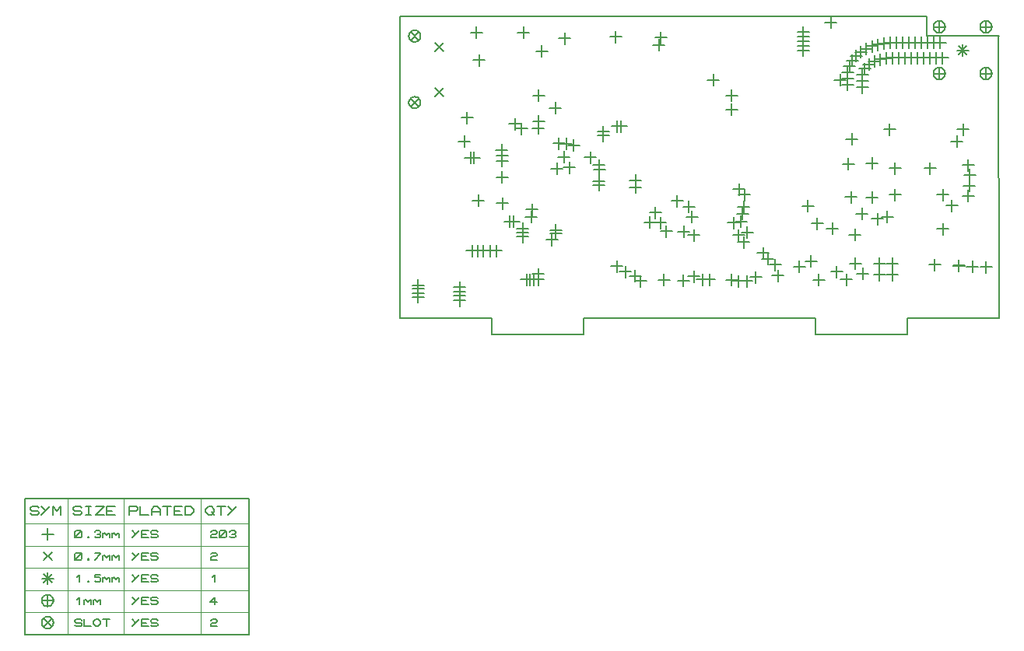
<source format=gbr>
G04 PROTEUS RS274X GERBER FILE*
%FSLAX45Y45*%
%MOMM*%
G01*
%ADD42C,0.203200*%
%ADD124C,0.127000*%
%ADD57C,0.063500*%
D42*
X+7005080Y-2312700D02*
X+7005080Y-2439700D01*
X+6941580Y-2376200D02*
X+7068580Y-2376200D01*
X+6827440Y-2755760D02*
X+6827440Y-2882760D01*
X+6763940Y-2819260D02*
X+6890940Y-2819260D01*
X+5958440Y-2663480D02*
X+5958440Y-2790480D01*
X+5894940Y-2726980D02*
X+6021940Y-2726980D01*
X+7005080Y-2646500D02*
X+7005080Y-2773500D01*
X+6941580Y-2710000D02*
X+7068580Y-2710000D01*
X+7052540Y-3417580D02*
X+7052540Y-3544580D01*
X+6989040Y-3481080D02*
X+7116040Y-3481080D01*
X+7199634Y-3422660D02*
X+7199634Y-3549660D01*
X+7136134Y-3486160D02*
X+7263134Y-3486160D01*
X+6902400Y-3409960D02*
X+6902400Y-3536960D01*
X+6838900Y-3473460D02*
X+6965900Y-3473460D01*
X+6015940Y-2899420D02*
X+6015940Y-3026420D01*
X+5952440Y-2962920D02*
X+6079440Y-2962920D01*
X+5772100Y-3072140D02*
X+5772100Y-3199140D01*
X+5708600Y-3135640D02*
X+5835600Y-3135640D01*
X+5528260Y-3006100D02*
X+5528260Y-3133100D01*
X+5464760Y-3069600D02*
X+5591760Y-3069600D01*
X+5848300Y-2843540D02*
X+5848300Y-2970540D01*
X+5784800Y-2907040D02*
X+5911800Y-2907040D01*
X+5736540Y-2030740D02*
X+5736540Y-2157740D01*
X+5673040Y-2094240D02*
X+5800040Y-2094240D01*
X+5700980Y-2300300D02*
X+5700980Y-2427300D01*
X+5637480Y-2363800D02*
X+5764480Y-2363800D01*
X+6125160Y-2879100D02*
X+6125160Y-3006100D01*
X+6061660Y-2942600D02*
X+6188660Y-2942600D01*
X+5960060Y-2294900D02*
X+5960060Y-2421900D01*
X+5896560Y-2358400D02*
X+6023560Y-2358400D01*
X+1934160Y-2211080D02*
X+1934160Y-2338080D01*
X+1870660Y-2274580D02*
X+1997660Y-2274580D01*
X+1929080Y-2147520D02*
X+1929080Y-2274520D01*
X+1865580Y-2211020D02*
X+1992580Y-2211020D01*
X+1934160Y-2266960D02*
X+1934160Y-2393960D01*
X+1870660Y-2330460D02*
X+1997660Y-2330460D01*
X+1553160Y-1799600D02*
X+1553160Y-1926600D01*
X+1489660Y-1863100D02*
X+1616660Y-1863100D01*
X+1471880Y-3643640D02*
X+1471880Y-3770640D01*
X+1408380Y-3707140D02*
X+1535380Y-3707140D01*
X+1471880Y-3689360D02*
X+1471880Y-3816360D01*
X+1408380Y-3752860D02*
X+1535380Y-3752860D01*
X+1471880Y-3737620D02*
X+1471880Y-3864620D01*
X+1408380Y-3801120D02*
X+1535380Y-3801120D01*
X+1471880Y-3785880D02*
X+1471880Y-3912880D01*
X+1408380Y-3849380D02*
X+1535380Y-3849380D01*
X+1019760Y-3620780D02*
X+1019760Y-3747780D01*
X+956260Y-3684280D02*
X+1083260Y-3684280D01*
X+1019760Y-3661420D02*
X+1019760Y-3788420D01*
X+956260Y-3724920D02*
X+1083260Y-3724920D01*
X+1019760Y-3707140D02*
X+1019760Y-3834140D01*
X+956260Y-3770640D02*
X+1083260Y-3770640D01*
X+1019760Y-3747780D02*
X+1019760Y-3874780D01*
X+956260Y-3811280D02*
X+1083260Y-3811280D01*
X+1606500Y-3244860D02*
X+1606500Y-3371860D01*
X+1543000Y-3308360D02*
X+1670000Y-3308360D01*
X+1667460Y-3244860D02*
X+1667460Y-3371860D01*
X+1603960Y-3308360D02*
X+1730960Y-3308360D01*
X+1728420Y-3244860D02*
X+1728420Y-3371860D01*
X+1664920Y-3308360D02*
X+1791920Y-3308360D01*
X+1804620Y-3244860D02*
X+1804620Y-3371860D01*
X+1741120Y-3308360D02*
X+1868120Y-3308360D01*
X+1868120Y-3244860D02*
X+1868120Y-3371860D01*
X+1804620Y-3308360D02*
X+1931620Y-3308360D01*
X+3691840Y-3562420D02*
X+3691840Y-3689420D01*
X+3628340Y-3625920D02*
X+3755340Y-3625920D01*
X+3905200Y-3572520D02*
X+3905200Y-3699520D01*
X+3841700Y-3636020D02*
X+3968700Y-3636020D01*
X+3276360Y-3476000D02*
X+3276360Y-3603000D01*
X+3212860Y-3539500D02*
X+3339860Y-3539500D01*
X+3719780Y-3032580D02*
X+3719780Y-3159580D01*
X+3656280Y-3096080D02*
X+3783280Y-3096080D01*
X+3181300Y-3415040D02*
X+3181300Y-3542040D01*
X+3117800Y-3478540D02*
X+3244800Y-3478540D01*
X+3653740Y-2942600D02*
X+3653740Y-3069600D01*
X+3590240Y-3006100D02*
X+3717240Y-3006100D01*
X+4430980Y-3564900D02*
X+4430980Y-3691900D01*
X+4367480Y-3628400D02*
X+4494480Y-3628400D01*
X+4692600Y-3534420D02*
X+4692600Y-3661420D01*
X+4629100Y-3597920D02*
X+4756100Y-3597920D01*
X+2157680Y-3049280D02*
X+2157680Y-3176280D01*
X+2094180Y-3112780D02*
X+2221180Y-3112780D01*
X+2157680Y-3003560D02*
X+2157680Y-3130560D01*
X+2094180Y-3067060D02*
X+2221180Y-3067060D01*
X+2157680Y-3095000D02*
X+2157680Y-3222000D01*
X+2094180Y-3158500D02*
X+2221180Y-3158500D01*
X+3539440Y-2934980D02*
X+3539440Y-3061980D01*
X+3475940Y-2998480D02*
X+3602940Y-2998480D01*
X+1682700Y-1169680D02*
X+1682700Y-1296680D01*
X+1619200Y-1233180D02*
X+1746200Y-1233180D01*
X+2990800Y-2365080D02*
X+2990800Y-2492080D01*
X+2927300Y-2428580D02*
X+3054300Y-2428580D01*
X+2985720Y-2528580D02*
X+2985720Y-2655580D01*
X+2922220Y-2592080D02*
X+3049220Y-2592080D01*
X+2987596Y-2487909D02*
X+2987596Y-2614909D01*
X+2924096Y-2551409D02*
X+3051096Y-2551409D01*
X+2988260Y-2315220D02*
X+2988260Y-2442220D01*
X+2924760Y-2378720D02*
X+3051760Y-2378720D01*
X+4903420Y-3397260D02*
X+4903420Y-3524260D01*
X+4839920Y-3460760D02*
X+4966920Y-3460760D01*
X+2518360Y-3021340D02*
X+2518360Y-3148340D01*
X+2454860Y-3084840D02*
X+2581860Y-3084840D01*
X+2518360Y-3060710D02*
X+2518360Y-3187710D01*
X+2454860Y-3124210D02*
X+2581860Y-3124210D01*
X+3034890Y-1992640D02*
X+3034890Y-2119640D01*
X+2971390Y-2056140D02*
X+3098390Y-2056140D01*
X+3033260Y-1952000D02*
X+3033260Y-2079000D01*
X+2969760Y-2015500D02*
X+3096760Y-2015500D01*
X+3186380Y-1890020D02*
X+3186380Y-2017020D01*
X+3122880Y-1953520D02*
X+3249880Y-1953520D01*
X+3227020Y-1890020D02*
X+3227020Y-2017020D01*
X+3163520Y-1953520D02*
X+3290520Y-1953520D01*
X+2015440Y-2927360D02*
X+2015440Y-3054360D01*
X+1951940Y-2990860D02*
X+2078940Y-2990860D01*
X+3379420Y-3521720D02*
X+3379420Y-3648720D01*
X+3315920Y-3585220D02*
X+3442920Y-3585220D01*
X+2061160Y-2927360D02*
X+2061160Y-3054360D01*
X+1997660Y-2990860D02*
X+2124660Y-2990860D01*
X+5728920Y-2660940D02*
X+5728920Y-2787940D01*
X+5665420Y-2724440D02*
X+5792420Y-2724440D01*
X+6902400Y-3407420D02*
X+6902400Y-3534420D01*
X+6838900Y-3470920D02*
X+6965900Y-3470920D01*
X+7019240Y-2419360D02*
X+7019240Y-2546360D01*
X+6955740Y-2482860D02*
X+7082740Y-2482860D01*
X+1588720Y-2233940D02*
X+1588720Y-2360940D01*
X+1525220Y-2297440D02*
X+1652220Y-2297440D01*
X+1629360Y-2233940D02*
X+1629360Y-2360940D01*
X+1565860Y-2297440D02*
X+1692860Y-2297440D01*
X+2604720Y-2226320D02*
X+2604720Y-2353320D01*
X+2541220Y-2289820D02*
X+2668220Y-2289820D01*
X+2614390Y-935620D02*
X+2614390Y-1062620D01*
X+2550890Y-999120D02*
X+2677890Y-999120D01*
X+3170000Y-916500D02*
X+3170000Y-1043500D01*
X+3106500Y-980000D02*
X+3233500Y-980000D01*
X+3640000Y-1006500D02*
X+3640000Y-1133500D01*
X+3576500Y-1070000D02*
X+3703500Y-1070000D01*
X+3660000Y-926500D02*
X+3660000Y-1053500D01*
X+3596500Y-990000D02*
X+3723500Y-990000D01*
X+2665680Y-2338080D02*
X+2665680Y-2465080D01*
X+2602180Y-2401580D02*
X+2729180Y-2401580D01*
X+2891740Y-2231400D02*
X+2891740Y-2358400D01*
X+2828240Y-2294900D02*
X+2955240Y-2294900D01*
X+4110940Y-3559820D02*
X+4110940Y-3686820D01*
X+4047440Y-3623320D02*
X+4174440Y-3623320D01*
X+4020000Y-3077220D02*
X+4020000Y-3204220D01*
X+3956500Y-3140720D02*
X+4083500Y-3140720D01*
X+4020000Y-3526800D02*
X+4020000Y-3653800D01*
X+3956500Y-3590300D02*
X+4083500Y-3590300D01*
X+4933900Y-3516500D02*
X+4933900Y-3643500D01*
X+4870400Y-3580000D02*
X+4997400Y-3580000D01*
X+4771340Y-3272800D02*
X+4771340Y-3399800D01*
X+4707840Y-3336300D02*
X+4834840Y-3336300D01*
X+5165040Y-3420120D02*
X+5165040Y-3547120D01*
X+5101540Y-3483620D02*
X+5228540Y-3483620D01*
X+7015080Y-2536500D02*
X+7015080Y-2663500D01*
X+6951580Y-2600000D02*
X+7078580Y-2600000D01*
X+4824680Y-3333760D02*
X+4824680Y-3460760D01*
X+4761180Y-3397260D02*
X+4888180Y-3397260D01*
X+5378400Y-3562360D02*
X+5378400Y-3689360D01*
X+5314900Y-3625860D02*
X+5441900Y-3625860D01*
X+6180000Y-3506500D02*
X+6180000Y-3633500D01*
X+6116500Y-3570000D02*
X+6243500Y-3570000D01*
X+6040000Y-3506500D02*
X+6040000Y-3633500D01*
X+5976500Y-3570000D02*
X+6103500Y-3570000D01*
X+6040000Y-3386500D02*
X+6040000Y-3513500D01*
X+5976500Y-3450000D02*
X+6103500Y-3450000D01*
X+6180000Y-3386500D02*
X+6180000Y-3513500D01*
X+6116500Y-3450000D02*
X+6243500Y-3450000D01*
X+6730000Y-3006500D02*
X+6730000Y-3133500D01*
X+6666500Y-3070000D02*
X+6793500Y-3070000D01*
X+6730000Y-2636500D02*
X+6730000Y-2763500D01*
X+6666500Y-2700000D02*
X+6793500Y-2700000D01*
X+6210000Y-2636500D02*
X+6210000Y-2763500D01*
X+6146500Y-2700000D02*
X+6273500Y-2700000D01*
X+6210000Y-2346500D02*
X+6210000Y-2473500D01*
X+6146500Y-2410000D02*
X+6273500Y-2410000D01*
X+6590000Y-2346500D02*
X+6590000Y-2473500D01*
X+6526500Y-2410000D02*
X+6653500Y-2410000D01*
X+6880000Y-2056500D02*
X+6880000Y-2183500D01*
X+6816500Y-2120000D02*
X+6943500Y-2120000D01*
X+6150000Y-1926500D02*
X+6150000Y-2053500D01*
X+6086500Y-1990000D02*
X+6213500Y-1990000D01*
X+6950000Y-1926500D02*
X+6950000Y-2053500D01*
X+6886500Y-1990000D02*
X+7013500Y-1990000D01*
X+6640000Y-3396500D02*
X+6640000Y-3523500D01*
X+6576500Y-3460000D02*
X+6703500Y-3460000D01*
X+5210000Y-866500D02*
X+5210000Y-993500D01*
X+5146500Y-930000D02*
X+5273500Y-930000D01*
X+5210000Y-916500D02*
X+5210000Y-1043500D01*
X+5146500Y-980000D02*
X+5273500Y-980000D01*
X+5210000Y-966500D02*
X+5210000Y-1093500D01*
X+5146500Y-1030000D02*
X+5273500Y-1030000D01*
X+5210000Y-1016500D02*
X+5210000Y-1143500D01*
X+5146500Y-1080000D02*
X+5273500Y-1080000D01*
X+5210000Y-1066500D02*
X+5210000Y-1193500D01*
X+5146500Y-1130000D02*
X+5273500Y-1130000D01*
X+4430000Y-1706500D02*
X+4430000Y-1833500D01*
X+4366500Y-1770000D02*
X+4493500Y-1770000D01*
X+4430000Y-1556500D02*
X+4430000Y-1683500D01*
X+4366500Y-1620000D02*
X+4493500Y-1620000D01*
X+4230000Y-1386500D02*
X+4230000Y-1513500D01*
X+4166500Y-1450000D02*
X+4293500Y-1450000D01*
X+5261560Y-2759720D02*
X+5261560Y-2886720D01*
X+5198060Y-2823220D02*
X+5325060Y-2823220D01*
X+5610000Y-1386500D02*
X+5610000Y-1513500D01*
X+5546500Y-1450000D02*
X+5673500Y-1450000D01*
X+4510000Y-2576500D02*
X+4510000Y-2703500D01*
X+4446500Y-2640000D02*
X+4573500Y-2640000D01*
X+4570000Y-2636500D02*
X+4570000Y-2763500D01*
X+4506500Y-2700000D02*
X+4633500Y-2700000D01*
X+3839160Y-2703840D02*
X+3839160Y-2830840D01*
X+3775660Y-2767340D02*
X+3902660Y-2767340D01*
X+4530000Y-2926500D02*
X+4530000Y-3053500D01*
X+4466500Y-2990000D02*
X+4593500Y-2990000D01*
X+4600000Y-3046500D02*
X+4600000Y-3173500D01*
X+4536500Y-3110000D02*
X+4663500Y-3110000D01*
X+3963620Y-2766500D02*
X+3963620Y-2893500D01*
X+3900120Y-2830000D02*
X+4027120Y-2830000D01*
X+4560000Y-2766500D02*
X+4560000Y-2893500D01*
X+4496500Y-2830000D02*
X+4623500Y-2830000D01*
X+5292040Y-3361700D02*
X+5292040Y-3488700D01*
X+5228540Y-3425200D02*
X+5355540Y-3425200D01*
X+3386603Y-2477538D02*
X+3386603Y-2604538D01*
X+3323103Y-2541038D02*
X+3450103Y-2541038D01*
X+3386603Y-2556500D02*
X+3386603Y-2683500D01*
X+3323103Y-2620000D02*
X+3450103Y-2620000D01*
X+2200860Y-3559820D02*
X+2200860Y-3686820D01*
X+2137360Y-3623320D02*
X+2264360Y-3623320D01*
X+2238960Y-3559820D02*
X+2238960Y-3686820D01*
X+2175460Y-3623320D02*
X+2302460Y-3623320D01*
X+2279600Y-3559820D02*
X+2279600Y-3686820D01*
X+2216100Y-3623320D02*
X+2343100Y-3623320D01*
X+2325320Y-3559820D02*
X+2325320Y-3686820D01*
X+2261820Y-3623320D02*
X+2388820Y-3623320D01*
X+2325320Y-3501400D02*
X+2325320Y-3628400D01*
X+2261820Y-3564900D02*
X+2388820Y-3564900D01*
X+2710000Y-2096500D02*
X+2710000Y-2223500D01*
X+2646500Y-2160000D02*
X+2773500Y-2160000D01*
X+2550000Y-2076500D02*
X+2550000Y-2203500D01*
X+2486500Y-2140000D02*
X+2613500Y-2140000D01*
X+1520000Y-2056500D02*
X+1520000Y-2183500D01*
X+1456500Y-2120000D02*
X+1583500Y-2120000D01*
X+2330000Y-1836500D02*
X+2330000Y-1963500D01*
X+2266500Y-1900000D02*
X+2393500Y-1900000D01*
X+1932732Y-2446205D02*
X+1932732Y-2573205D01*
X+1869232Y-2509705D02*
X+1996232Y-2509705D01*
X+1936700Y-2729240D02*
X+1936700Y-2856240D01*
X+1873200Y-2792740D02*
X+2000200Y-2792740D01*
X+2260000Y-2796500D02*
X+2260000Y-2923500D01*
X+2196500Y-2860000D02*
X+2323500Y-2860000D01*
X+2630000Y-2079439D02*
X+2630000Y-2206439D01*
X+2566500Y-2142939D02*
X+2693500Y-2142939D01*
X+5680660Y-3557280D02*
X+5680660Y-3684280D01*
X+5617160Y-3620780D02*
X+5744160Y-3620780D01*
X+4550000Y-2841636D02*
X+4550000Y-2968636D01*
X+4486500Y-2905136D02*
X+4613500Y-2905136D01*
X+3999180Y-2879100D02*
X+3999180Y-3006100D01*
X+3935680Y-2942600D02*
X+4062680Y-2942600D01*
X+5774640Y-3384560D02*
X+5774640Y-3511560D01*
X+5711140Y-3448060D02*
X+5838140Y-3448060D01*
X+5510000Y-760780D02*
X+5510000Y-887780D01*
X+5446500Y-824280D02*
X+5573500Y-824280D01*
X+6723367Y-1143879D02*
X+6723367Y-1270879D01*
X+6659867Y-1207379D02*
X+6786867Y-1207379D01*
X+6655587Y-1143879D02*
X+6655587Y-1270879D01*
X+6592087Y-1207379D02*
X+6719087Y-1207379D01*
X+6587807Y-1143879D02*
X+6587807Y-1270879D01*
X+6524307Y-1207379D02*
X+6651307Y-1207379D01*
X+6520027Y-1143879D02*
X+6520027Y-1270879D01*
X+6456527Y-1207379D02*
X+6583527Y-1207379D01*
X+6452247Y-1143879D02*
X+6452247Y-1270879D01*
X+6388747Y-1207379D02*
X+6515747Y-1207379D01*
X+6384467Y-1143879D02*
X+6384467Y-1270879D01*
X+6320967Y-1207379D02*
X+6447967Y-1207379D01*
X+6316687Y-1143879D02*
X+6316687Y-1270879D01*
X+6253187Y-1207379D02*
X+6380187Y-1207379D01*
X+6248907Y-1143879D02*
X+6248907Y-1270879D01*
X+6185407Y-1207379D02*
X+6312407Y-1207379D01*
X+6181140Y-1145230D02*
X+6181140Y-1272230D01*
X+6117640Y-1208730D02*
X+6244640Y-1208730D01*
X+6113437Y-1148459D02*
X+6113437Y-1275459D01*
X+6049937Y-1211959D02*
X+6176937Y-1211959D01*
X+6046757Y-1160623D02*
X+6046757Y-1287623D01*
X+5983257Y-1224123D02*
X+6110257Y-1224123D01*
X+5982674Y-1182701D02*
X+5982674Y-1309701D01*
X+5919174Y-1246201D02*
X+6046174Y-1246201D01*
X+5924626Y-1217695D02*
X+5924626Y-1344695D01*
X+5861126Y-1281195D02*
X+5988126Y-1281195D01*
X+5877260Y-1266178D02*
X+5877260Y-1393178D01*
X+5813760Y-1329678D02*
X+5940760Y-1329678D01*
X+5854370Y-1329976D02*
X+5854370Y-1456976D01*
X+5790870Y-1393476D02*
X+5917870Y-1393476D01*
X+5853039Y-1397742D02*
X+5853039Y-1524742D01*
X+5789539Y-1461242D02*
X+5916539Y-1461242D01*
X+5853039Y-1465522D02*
X+5853039Y-1592522D01*
X+5789539Y-1529022D02*
X+5916539Y-1529022D01*
X+5691281Y-1437767D02*
X+5691281Y-1564767D01*
X+5627781Y-1501267D02*
X+5754781Y-1501267D01*
X+5691281Y-1369987D02*
X+5691281Y-1496987D01*
X+5627781Y-1433487D02*
X+5754781Y-1433487D01*
X+5691935Y-1302210D02*
X+5691935Y-1429210D01*
X+5628435Y-1365710D02*
X+5755435Y-1365710D01*
X+5711253Y-1237241D02*
X+5711253Y-1364241D01*
X+5647753Y-1300741D02*
X+5774753Y-1300741D01*
X+5741806Y-1176738D02*
X+5741806Y-1303738D01*
X+5678306Y-1240238D02*
X+5805306Y-1240238D01*
X+5784253Y-1123895D02*
X+5784253Y-1250895D01*
X+5720753Y-1187395D02*
X+5847753Y-1187395D01*
X+5836474Y-1080686D02*
X+5836474Y-1207686D01*
X+5772974Y-1144186D02*
X+5899974Y-1144186D01*
X+5894902Y-1046330D02*
X+5894902Y-1173330D01*
X+5831402Y-1109830D02*
X+5958402Y-1109830D01*
X+5957284Y-1019824D02*
X+5957284Y-1146824D01*
X+5893784Y-1083324D02*
X+6020784Y-1083324D01*
X+6022257Y-1000519D02*
X+6022257Y-1127519D01*
X+5958757Y-1064019D02*
X+6085757Y-1064019D01*
X+6088774Y-987497D02*
X+6088774Y-1114497D01*
X+6025274Y-1050997D02*
X+6152274Y-1050997D01*
X+6156340Y-982121D02*
X+6156340Y-1109121D01*
X+6092840Y-1045621D02*
X+6219840Y-1045621D01*
X+6224120Y-982121D02*
X+6224120Y-1109121D01*
X+6160620Y-1045621D02*
X+6287620Y-1045621D01*
X+6291900Y-982121D02*
X+6291900Y-1109121D01*
X+6228400Y-1045621D02*
X+6355400Y-1045621D01*
X+6359680Y-982121D02*
X+6359680Y-1109121D01*
X+6296180Y-1045621D02*
X+6423180Y-1045621D01*
X+6427460Y-982121D02*
X+6427460Y-1109121D01*
X+6363960Y-1045621D02*
X+6490960Y-1045621D01*
X+6495240Y-982121D02*
X+6495240Y-1109121D01*
X+6431740Y-1045621D02*
X+6558740Y-1045621D01*
X+6563020Y-982121D02*
X+6563020Y-1109121D01*
X+6499520Y-1045621D02*
X+6626520Y-1045621D01*
X+6630800Y-982121D02*
X+6630800Y-1109121D01*
X+6567300Y-1045621D02*
X+6694300Y-1045621D01*
X+6698580Y-982121D02*
X+6698580Y-1109121D01*
X+6635080Y-1045621D02*
X+6762080Y-1045621D01*
X+3907740Y-3039120D02*
X+3907740Y-3166120D01*
X+3844240Y-3102620D02*
X+3971240Y-3102620D01*
X+3440000Y-3575060D02*
X+3440000Y-3702060D01*
X+3376500Y-3638560D02*
X+3503500Y-3638560D01*
X+4563060Y-3153420D02*
X+4563060Y-3280420D01*
X+4499560Y-3216920D02*
X+4626560Y-3216920D01*
X+4593540Y-3575060D02*
X+4593540Y-3702060D01*
X+4530040Y-3638560D02*
X+4657040Y-3638560D01*
X+4504640Y-3074680D02*
X+4504640Y-3201680D01*
X+4441140Y-3138180D02*
X+4568140Y-3138180D01*
X+4507180Y-3575060D02*
X+4507180Y-3702060D01*
X+4443680Y-3638560D02*
X+4570680Y-3638560D01*
X+5571440Y-3476000D02*
X+5571440Y-3603000D01*
X+5507940Y-3539500D02*
X+5634940Y-3539500D01*
X+5856180Y-3496320D02*
X+5856180Y-3623320D01*
X+5792680Y-3559820D02*
X+5919680Y-3559820D01*
X+2330570Y-1555930D02*
X+2330570Y-1682930D01*
X+2267070Y-1619430D02*
X+2394070Y-1619430D01*
X+2513280Y-1690380D02*
X+2513280Y-1817380D01*
X+2449780Y-1753880D02*
X+2576780Y-1753880D01*
X+2142440Y-1916440D02*
X+2142440Y-2043440D01*
X+2078940Y-1979940D02*
X+2205940Y-1979940D01*
X+2325320Y-1913900D02*
X+2325320Y-2040900D01*
X+2261820Y-1977400D02*
X+2388820Y-1977400D01*
X+5363160Y-2950220D02*
X+5363160Y-3077220D01*
X+5299660Y-3013720D02*
X+5426660Y-3013720D01*
X+2071320Y-1865640D02*
X+2071320Y-1992640D01*
X+2007820Y-1929140D02*
X+2134820Y-1929140D01*
X+2528520Y-2350780D02*
X+2528520Y-2477780D01*
X+2465020Y-2414280D02*
X+2592020Y-2414280D01*
X+2475180Y-3125480D02*
X+2475180Y-3252480D01*
X+2411680Y-3188980D02*
X+2538680Y-3188980D01*
X+2250000Y-2876500D02*
X+2250000Y-3003500D01*
X+2186500Y-2940000D02*
X+2313500Y-2940000D01*
X+1672420Y-2698920D02*
X+1672420Y-2825920D01*
X+1608920Y-2762420D02*
X+1735920Y-2762420D01*
X+1654820Y-871220D02*
X+1654820Y-998220D01*
X+1591320Y-934720D02*
X+1718320Y-934720D01*
X+2164080Y-871220D02*
X+2164080Y-998220D01*
X+2100580Y-934720D02*
X+2227580Y-934720D01*
X+2364740Y-1071880D02*
X+2364740Y-1198880D01*
X+2301240Y-1135380D02*
X+2428240Y-1135380D01*
X+3600400Y-2830840D02*
X+3600400Y-2957840D01*
X+3536900Y-2894340D02*
X+3663900Y-2894340D01*
X+4451300Y-2942600D02*
X+4451300Y-3069600D01*
X+4387800Y-3006100D02*
X+4514800Y-3006100D01*
X+4189680Y-3559820D02*
X+4189680Y-3686820D01*
X+4126180Y-3623320D02*
X+4253180Y-3623320D01*
X+6943100Y-1063040D02*
X+6943100Y-1190040D01*
X+6879600Y-1126540D02*
X+7006600Y-1126540D01*
X+6898199Y-1081639D02*
X+6988001Y-1171441D01*
X+6898199Y-1171441D02*
X+6988001Y-1081639D01*
X+6752600Y-1380540D02*
X+6752383Y-1375293D01*
X+6750618Y-1364798D01*
X+6746926Y-1354303D01*
X+6740898Y-1343808D01*
X+6731676Y-1333428D01*
X+6721181Y-1325740D01*
X+6710686Y-1320822D01*
X+6700191Y-1318016D01*
X+6689696Y-1317043D01*
X+6689100Y-1317040D01*
X+6625600Y-1380540D02*
X+6625817Y-1375293D01*
X+6627582Y-1364798D01*
X+6631274Y-1354303D01*
X+6637302Y-1343808D01*
X+6646524Y-1333428D01*
X+6657019Y-1325740D01*
X+6667514Y-1320822D01*
X+6678009Y-1318016D01*
X+6688504Y-1317043D01*
X+6689100Y-1317040D01*
X+6625600Y-1380540D02*
X+6625817Y-1385787D01*
X+6627582Y-1396282D01*
X+6631274Y-1406777D01*
X+6637302Y-1417272D01*
X+6646524Y-1427652D01*
X+6657019Y-1435340D01*
X+6667514Y-1440258D01*
X+6678009Y-1443064D01*
X+6688504Y-1444037D01*
X+6689100Y-1444040D01*
X+6752600Y-1380540D02*
X+6752383Y-1385787D01*
X+6750618Y-1396282D01*
X+6746926Y-1406777D01*
X+6740898Y-1417272D01*
X+6731676Y-1427652D01*
X+6721181Y-1435340D01*
X+6710686Y-1440258D01*
X+6700191Y-1443064D01*
X+6689696Y-1444037D01*
X+6689100Y-1444040D01*
X+6689100Y-1317040D02*
X+6689100Y-1444040D01*
X+6625600Y-1380540D02*
X+6752600Y-1380540D01*
X+7260600Y-1380540D02*
X+7260383Y-1375293D01*
X+7258618Y-1364798D01*
X+7254926Y-1354303D01*
X+7248898Y-1343808D01*
X+7239676Y-1333428D01*
X+7229181Y-1325740D01*
X+7218686Y-1320822D01*
X+7208191Y-1318016D01*
X+7197696Y-1317043D01*
X+7197100Y-1317040D01*
X+7133600Y-1380540D02*
X+7133817Y-1375293D01*
X+7135582Y-1364798D01*
X+7139274Y-1354303D01*
X+7145302Y-1343808D01*
X+7154524Y-1333428D01*
X+7165019Y-1325740D01*
X+7175514Y-1320822D01*
X+7186009Y-1318016D01*
X+7196504Y-1317043D01*
X+7197100Y-1317040D01*
X+7133600Y-1380540D02*
X+7133817Y-1385787D01*
X+7135582Y-1396282D01*
X+7139274Y-1406777D01*
X+7145302Y-1417272D01*
X+7154524Y-1427652D01*
X+7165019Y-1435340D01*
X+7175514Y-1440258D01*
X+7186009Y-1443064D01*
X+7196504Y-1444037D01*
X+7197100Y-1444040D01*
X+7260600Y-1380540D02*
X+7260383Y-1385787D01*
X+7258618Y-1396282D01*
X+7254926Y-1406777D01*
X+7248898Y-1417272D01*
X+7239676Y-1427652D01*
X+7229181Y-1435340D01*
X+7218686Y-1440258D01*
X+7208191Y-1443064D01*
X+7197696Y-1444037D01*
X+7197100Y-1444040D01*
X+7197100Y-1317040D02*
X+7197100Y-1444040D01*
X+7133600Y-1380540D02*
X+7260600Y-1380540D01*
X+7260600Y-872540D02*
X+7260383Y-867293D01*
X+7258618Y-856798D01*
X+7254926Y-846303D01*
X+7248898Y-835808D01*
X+7239676Y-825428D01*
X+7229181Y-817740D01*
X+7218686Y-812822D01*
X+7208191Y-810016D01*
X+7197696Y-809043D01*
X+7197100Y-809040D01*
X+7133600Y-872540D02*
X+7133817Y-867293D01*
X+7135582Y-856798D01*
X+7139274Y-846303D01*
X+7145302Y-835808D01*
X+7154524Y-825428D01*
X+7165019Y-817740D01*
X+7175514Y-812822D01*
X+7186009Y-810016D01*
X+7196504Y-809043D01*
X+7197100Y-809040D01*
X+7133600Y-872540D02*
X+7133817Y-877787D01*
X+7135582Y-888282D01*
X+7139274Y-898777D01*
X+7145302Y-909272D01*
X+7154524Y-919652D01*
X+7165019Y-927340D01*
X+7175514Y-932258D01*
X+7186009Y-935064D01*
X+7196504Y-936037D01*
X+7197100Y-936040D01*
X+7260600Y-872540D02*
X+7260383Y-877787D01*
X+7258618Y-888282D01*
X+7254926Y-898777D01*
X+7248898Y-909272D01*
X+7239676Y-919652D01*
X+7229181Y-927340D01*
X+7218686Y-932258D01*
X+7208191Y-935064D01*
X+7197696Y-936037D01*
X+7197100Y-936040D01*
X+7197100Y-809040D02*
X+7197100Y-936040D01*
X+7133600Y-872540D02*
X+7260600Y-872540D01*
X+6752600Y-872540D02*
X+6752383Y-867293D01*
X+6750618Y-856798D01*
X+6746926Y-846303D01*
X+6740898Y-835808D01*
X+6731676Y-825428D01*
X+6721181Y-817740D01*
X+6710686Y-812822D01*
X+6700191Y-810016D01*
X+6689696Y-809043D01*
X+6689100Y-809040D01*
X+6625600Y-872540D02*
X+6625817Y-867293D01*
X+6627582Y-856798D01*
X+6631274Y-846303D01*
X+6637302Y-835808D01*
X+6646524Y-825428D01*
X+6657019Y-817740D01*
X+6667514Y-812822D01*
X+6678009Y-810016D01*
X+6688504Y-809043D01*
X+6689100Y-809040D01*
X+6625600Y-872540D02*
X+6625817Y-877787D01*
X+6627582Y-888282D01*
X+6631274Y-898777D01*
X+6637302Y-909272D01*
X+6646524Y-919652D01*
X+6657019Y-927340D01*
X+6667514Y-932258D01*
X+6678009Y-935064D01*
X+6688504Y-936037D01*
X+6689100Y-936040D01*
X+6752600Y-872540D02*
X+6752383Y-877787D01*
X+6750618Y-888282D01*
X+6746926Y-898777D01*
X+6740898Y-909272D01*
X+6731676Y-919652D01*
X+6721181Y-927340D01*
X+6710686Y-932258D01*
X+6700191Y-935064D01*
X+6689696Y-936037D01*
X+6689100Y-936040D01*
X+6689100Y-809040D02*
X+6689100Y-936040D01*
X+6625600Y-872540D02*
X+6752600Y-872540D01*
X+1205019Y-1536679D02*
X+1294821Y-1626481D01*
X+1205019Y-1626481D02*
X+1294821Y-1536679D01*
X+1205019Y-1046679D02*
X+1294821Y-1136481D01*
X+1205019Y-1136481D02*
X+1294821Y-1046679D01*
X+1044180Y-1697180D02*
X+1043963Y-1691933D01*
X+1042198Y-1681438D01*
X+1038506Y-1670943D01*
X+1032478Y-1660448D01*
X+1023256Y-1650068D01*
X+1012761Y-1642380D01*
X+1002266Y-1637462D01*
X+991771Y-1634656D01*
X+981276Y-1633683D01*
X+980680Y-1633680D01*
X+917180Y-1697180D02*
X+917397Y-1691933D01*
X+919162Y-1681438D01*
X+922854Y-1670943D01*
X+928882Y-1660448D01*
X+938104Y-1650068D01*
X+948599Y-1642380D01*
X+959094Y-1637462D01*
X+969589Y-1634656D01*
X+980084Y-1633683D01*
X+980680Y-1633680D01*
X+917180Y-1697180D02*
X+917397Y-1702427D01*
X+919162Y-1712922D01*
X+922854Y-1723417D01*
X+928882Y-1733912D01*
X+938104Y-1744292D01*
X+948599Y-1751980D01*
X+959094Y-1756898D01*
X+969589Y-1759704D01*
X+980084Y-1760677D01*
X+980680Y-1760680D01*
X+1044180Y-1697180D02*
X+1043963Y-1702427D01*
X+1042198Y-1712922D01*
X+1038506Y-1723417D01*
X+1032478Y-1733912D01*
X+1023256Y-1744292D01*
X+1012761Y-1751980D01*
X+1002266Y-1756898D01*
X+991771Y-1759704D01*
X+981276Y-1760677D01*
X+980680Y-1760680D01*
X+935779Y-1652279D02*
X+1025581Y-1742081D01*
X+935779Y-1742081D02*
X+1025581Y-1652279D01*
X+1044180Y-973280D02*
X+1043963Y-968033D01*
X+1042198Y-957538D01*
X+1038506Y-947043D01*
X+1032478Y-936548D01*
X+1023256Y-926168D01*
X+1012761Y-918480D01*
X+1002266Y-913562D01*
X+991771Y-910756D01*
X+981276Y-909783D01*
X+980680Y-909780D01*
X+917180Y-973280D02*
X+917397Y-968033D01*
X+919162Y-957538D01*
X+922854Y-947043D01*
X+928882Y-936548D01*
X+938104Y-926168D01*
X+948599Y-918480D01*
X+959094Y-913562D01*
X+969589Y-910756D01*
X+980084Y-909783D01*
X+980680Y-909780D01*
X+917180Y-973280D02*
X+917397Y-978527D01*
X+919162Y-989022D01*
X+922854Y-999517D01*
X+928882Y-1010012D01*
X+938104Y-1020392D01*
X+948599Y-1028080D01*
X+959094Y-1032998D01*
X+969589Y-1035804D01*
X+980084Y-1036777D01*
X+980680Y-1036780D01*
X+1044180Y-973280D02*
X+1043963Y-978527D01*
X+1042198Y-989022D01*
X+1038506Y-999517D01*
X+1032478Y-1010012D01*
X+1023256Y-1020392D01*
X+1012761Y-1028080D01*
X+1002266Y-1032998D01*
X+991771Y-1035804D01*
X+981276Y-1036777D01*
X+980680Y-1036780D01*
X+935779Y-928379D02*
X+1025581Y-1018181D01*
X+935779Y-1018181D02*
X+1025581Y-928379D01*
X+818980Y-4046380D02*
X+818980Y-756380D01*
X+7338980Y-4046380D02*
X+7336440Y-966720D01*
X+817880Y-754380D02*
X+6554000Y-756920D01*
X+1818640Y-4046220D02*
X+1818640Y-4216700D01*
X+1818640Y-4218940D02*
X+2016760Y-4218940D01*
X+1818640Y-4218940D02*
X+2817020Y-4218940D01*
X+2817460Y-4047860D02*
X+2817460Y-4218340D01*
X+2816860Y-4046220D02*
X+5341620Y-4046220D01*
X+1818640Y-4046220D02*
X+817880Y-4046220D01*
X+5341620Y-4218940D02*
X+5341620Y-4046220D01*
X+6339840Y-4046220D02*
X+7338060Y-4046220D01*
X+6339840Y-4218940D02*
X+6339840Y-4046220D01*
X+5341620Y-4218940D02*
X+6339840Y-4218940D01*
X+6554000Y-756920D02*
X+6554000Y-967260D01*
X+7338060Y-967260D01*
D124*
X-3258641Y-7491740D02*
X-817701Y-7491740D01*
X-817701Y-6005840D01*
X-3258641Y-6005840D01*
X-3258641Y-7491740D01*
D57*
X-2791279Y-6005840D02*
X-2791279Y-7491740D01*
X-2181679Y-6005840D02*
X-2181679Y-7491740D01*
X-1348559Y-6005840D02*
X-1348559Y-7491740D01*
X-3258641Y-6278890D02*
X-817701Y-6278890D01*
X-3258641Y-6520190D02*
X-817701Y-6520190D01*
X-3258641Y-6761490D02*
X-817701Y-6761490D01*
X-3258641Y-7002790D02*
X-817701Y-7002790D01*
X-3258641Y-7244090D02*
X-817701Y-7244090D01*
D124*
X-3201491Y-6169670D02*
X-3186251Y-6184910D01*
X-3125291Y-6184910D01*
X-3110051Y-6169670D01*
X-3110051Y-6154430D01*
X-3125291Y-6139190D01*
X-3186251Y-6139190D01*
X-3201491Y-6123950D01*
X-3201491Y-6108710D01*
X-3186251Y-6093470D01*
X-3125291Y-6093470D01*
X-3110051Y-6108710D01*
X-2988131Y-6093470D02*
X-3079571Y-6184910D01*
X-3079571Y-6093470D02*
X-3033851Y-6139190D01*
X-2957651Y-6184910D02*
X-2957651Y-6093470D01*
X-2911931Y-6139190D01*
X-2866211Y-6093470D01*
X-2866211Y-6184910D01*
X-2734131Y-6169670D02*
X-2718891Y-6184910D01*
X-2657931Y-6184910D01*
X-2642691Y-6169670D01*
X-2642691Y-6154430D01*
X-2657931Y-6139190D01*
X-2718891Y-6139190D01*
X-2734131Y-6123950D01*
X-2734131Y-6108710D01*
X-2718891Y-6093470D01*
X-2657931Y-6093470D01*
X-2642691Y-6108710D01*
X-2596971Y-6093470D02*
X-2536011Y-6093470D01*
X-2566491Y-6093470D02*
X-2566491Y-6184910D01*
X-2596971Y-6184910D02*
X-2536011Y-6184910D01*
X-2490291Y-6093470D02*
X-2398851Y-6093470D01*
X-2490291Y-6184910D01*
X-2398851Y-6184910D01*
X-2276931Y-6184910D02*
X-2368371Y-6184910D01*
X-2368371Y-6093470D01*
X-2276931Y-6093470D01*
X-2368371Y-6139190D02*
X-2307411Y-6139190D01*
X-2124531Y-6184910D02*
X-2124531Y-6093470D01*
X-2048331Y-6093470D01*
X-2033091Y-6108710D01*
X-2033091Y-6123950D01*
X-2048331Y-6139190D01*
X-2124531Y-6139190D01*
X-2002611Y-6093470D02*
X-2002611Y-6184910D01*
X-1911171Y-6184910D01*
X-1880691Y-6184910D02*
X-1880691Y-6123950D01*
X-1850211Y-6093470D01*
X-1819731Y-6093470D01*
X-1789251Y-6123950D01*
X-1789251Y-6184910D01*
X-1880691Y-6154430D02*
X-1789251Y-6154430D01*
X-1758771Y-6093470D02*
X-1667331Y-6093470D01*
X-1713051Y-6093470D02*
X-1713051Y-6184910D01*
X-1545411Y-6184910D02*
X-1636851Y-6184910D01*
X-1636851Y-6093470D01*
X-1545411Y-6093470D01*
X-1636851Y-6139190D02*
X-1575891Y-6139190D01*
X-1514931Y-6184910D02*
X-1514931Y-6093470D01*
X-1453971Y-6093470D01*
X-1423491Y-6123950D01*
X-1423491Y-6154430D01*
X-1453971Y-6184910D01*
X-1514931Y-6184910D01*
X-1291411Y-6123950D02*
X-1260931Y-6093470D01*
X-1230451Y-6093470D01*
X-1199971Y-6123950D01*
X-1199971Y-6154430D01*
X-1230451Y-6184910D01*
X-1260931Y-6184910D01*
X-1291411Y-6154430D01*
X-1291411Y-6123950D01*
X-1230451Y-6154430D02*
X-1199971Y-6184910D01*
X-1169491Y-6093470D02*
X-1078051Y-6093470D01*
X-1123771Y-6093470D02*
X-1123771Y-6184910D01*
X-956131Y-6093470D02*
X-1047571Y-6184910D01*
X-1047571Y-6093470D02*
X-1001851Y-6139190D01*
D42*
X-3012261Y-6329690D02*
X-3012261Y-6456690D01*
X-3075761Y-6393190D02*
X-2948761Y-6393190D01*
D124*
X-2715081Y-6418590D02*
X-2715081Y-6367790D01*
X-2702381Y-6355090D01*
X-2651581Y-6355090D01*
X-2638881Y-6367790D01*
X-2638881Y-6418590D01*
X-2651581Y-6431290D01*
X-2702381Y-6431290D01*
X-2715081Y-6418590D01*
X-2715081Y-6431290D02*
X-2638881Y-6355090D01*
X-2575381Y-6418590D02*
X-2562681Y-6418590D01*
X-2562681Y-6431290D01*
X-2575381Y-6431290D01*
X-2575381Y-6418590D01*
X-2499181Y-6367790D02*
X-2486481Y-6355090D01*
X-2448381Y-6355090D01*
X-2435681Y-6367790D01*
X-2435681Y-6380490D01*
X-2448381Y-6393190D01*
X-2435681Y-6405890D01*
X-2435681Y-6418590D01*
X-2448381Y-6431290D01*
X-2486481Y-6431290D01*
X-2499181Y-6418590D01*
X-2473781Y-6393190D02*
X-2448381Y-6393190D01*
X-2410281Y-6431290D02*
X-2410281Y-6380490D01*
X-2410281Y-6393190D02*
X-2397581Y-6380490D01*
X-2372181Y-6405890D01*
X-2346781Y-6380490D01*
X-2334081Y-6393190D01*
X-2334081Y-6431290D01*
X-2308681Y-6431290D02*
X-2308681Y-6380490D01*
X-2308681Y-6393190D02*
X-2295981Y-6380490D01*
X-2270581Y-6405890D01*
X-2245181Y-6380490D01*
X-2232481Y-6393190D01*
X-2232481Y-6431290D01*
X-2016581Y-6355090D02*
X-2092781Y-6431290D01*
X-2092781Y-6355090D02*
X-2054681Y-6393190D01*
X-1914981Y-6431290D02*
X-1991181Y-6431290D01*
X-1991181Y-6355090D01*
X-1914981Y-6355090D01*
X-1991181Y-6393190D02*
X-1940381Y-6393190D01*
X-1889581Y-6418590D02*
X-1876881Y-6431290D01*
X-1826081Y-6431290D01*
X-1813381Y-6418590D01*
X-1813381Y-6405890D01*
X-1826081Y-6393190D01*
X-1876881Y-6393190D01*
X-1889581Y-6380490D01*
X-1889581Y-6367790D01*
X-1876881Y-6355090D01*
X-1826081Y-6355090D01*
X-1813381Y-6367790D01*
X-1234261Y-6367790D02*
X-1221561Y-6355090D01*
X-1183461Y-6355090D01*
X-1170761Y-6367790D01*
X-1170761Y-6380490D01*
X-1183461Y-6393190D01*
X-1221561Y-6393190D01*
X-1234261Y-6405890D01*
X-1234261Y-6431290D01*
X-1170761Y-6431290D01*
X-1145361Y-6418590D02*
X-1145361Y-6367790D01*
X-1132661Y-6355090D01*
X-1081861Y-6355090D01*
X-1069161Y-6367790D01*
X-1069161Y-6418590D01*
X-1081861Y-6431290D01*
X-1132661Y-6431290D01*
X-1145361Y-6418590D01*
X-1145361Y-6431290D02*
X-1069161Y-6355090D01*
X-1031061Y-6367790D02*
X-1018361Y-6355090D01*
X-980261Y-6355090D01*
X-967561Y-6367790D01*
X-967561Y-6380490D01*
X-980261Y-6393190D01*
X-967561Y-6405890D01*
X-967561Y-6418590D01*
X-980261Y-6431290D01*
X-1018361Y-6431290D01*
X-1031061Y-6418590D01*
X-1005661Y-6393190D02*
X-980261Y-6393190D01*
D42*
X-3057162Y-6589589D02*
X-2967360Y-6679391D01*
X-3057162Y-6679391D02*
X-2967360Y-6589589D01*
D124*
X-2715081Y-6659890D02*
X-2715081Y-6609090D01*
X-2702381Y-6596390D01*
X-2651581Y-6596390D01*
X-2638881Y-6609090D01*
X-2638881Y-6659890D01*
X-2651581Y-6672590D01*
X-2702381Y-6672590D01*
X-2715081Y-6659890D01*
X-2715081Y-6672590D02*
X-2638881Y-6596390D01*
X-2575381Y-6659890D02*
X-2562681Y-6659890D01*
X-2562681Y-6672590D01*
X-2575381Y-6672590D01*
X-2575381Y-6659890D01*
X-2499181Y-6596390D02*
X-2435681Y-6596390D01*
X-2435681Y-6609090D01*
X-2499181Y-6672590D01*
X-2410281Y-6672590D02*
X-2410281Y-6621790D01*
X-2410281Y-6634490D02*
X-2397581Y-6621790D01*
X-2372181Y-6647190D01*
X-2346781Y-6621790D01*
X-2334081Y-6634490D01*
X-2334081Y-6672590D01*
X-2308681Y-6672590D02*
X-2308681Y-6621790D01*
X-2308681Y-6634490D02*
X-2295981Y-6621790D01*
X-2270581Y-6647190D01*
X-2245181Y-6621790D01*
X-2232481Y-6634490D01*
X-2232481Y-6672590D01*
X-2016581Y-6596390D02*
X-2092781Y-6672590D01*
X-2092781Y-6596390D02*
X-2054681Y-6634490D01*
X-1914981Y-6672590D02*
X-1991181Y-6672590D01*
X-1991181Y-6596390D01*
X-1914981Y-6596390D01*
X-1991181Y-6634490D02*
X-1940381Y-6634490D01*
X-1889581Y-6659890D02*
X-1876881Y-6672590D01*
X-1826081Y-6672590D01*
X-1813381Y-6659890D01*
X-1813381Y-6647190D01*
X-1826081Y-6634490D01*
X-1876881Y-6634490D01*
X-1889581Y-6621790D01*
X-1889581Y-6609090D01*
X-1876881Y-6596390D01*
X-1826081Y-6596390D01*
X-1813381Y-6609090D01*
X-1234261Y-6609090D02*
X-1221561Y-6596390D01*
X-1183461Y-6596390D01*
X-1170761Y-6609090D01*
X-1170761Y-6621790D01*
X-1183461Y-6634490D01*
X-1221561Y-6634490D01*
X-1234261Y-6647190D01*
X-1234261Y-6672590D01*
X-1170761Y-6672590D01*
D42*
X-3012261Y-6812290D02*
X-3012261Y-6939290D01*
X-3075761Y-6875790D02*
X-2948761Y-6875790D01*
X-3057162Y-6830889D02*
X-2967360Y-6920691D01*
X-3057162Y-6920691D02*
X-2967360Y-6830889D01*
D124*
X-2689681Y-6863090D02*
X-2664281Y-6837690D01*
X-2664281Y-6913890D01*
X-2575381Y-6901190D02*
X-2562681Y-6901190D01*
X-2562681Y-6913890D01*
X-2575381Y-6913890D01*
X-2575381Y-6901190D01*
X-2435681Y-6837690D02*
X-2499181Y-6837690D01*
X-2499181Y-6863090D01*
X-2448381Y-6863090D01*
X-2435681Y-6875790D01*
X-2435681Y-6901190D01*
X-2448381Y-6913890D01*
X-2486481Y-6913890D01*
X-2499181Y-6901190D01*
X-2410281Y-6913890D02*
X-2410281Y-6863090D01*
X-2410281Y-6875790D02*
X-2397581Y-6863090D01*
X-2372181Y-6888490D01*
X-2346781Y-6863090D01*
X-2334081Y-6875790D01*
X-2334081Y-6913890D01*
X-2308681Y-6913890D02*
X-2308681Y-6863090D01*
X-2308681Y-6875790D02*
X-2295981Y-6863090D01*
X-2270581Y-6888490D01*
X-2245181Y-6863090D01*
X-2232481Y-6875790D01*
X-2232481Y-6913890D01*
X-2016581Y-6837690D02*
X-2092781Y-6913890D01*
X-2092781Y-6837690D02*
X-2054681Y-6875790D01*
X-1914981Y-6913890D02*
X-1991181Y-6913890D01*
X-1991181Y-6837690D01*
X-1914981Y-6837690D01*
X-1991181Y-6875790D02*
X-1940381Y-6875790D01*
X-1889581Y-6901190D02*
X-1876881Y-6913890D01*
X-1826081Y-6913890D01*
X-1813381Y-6901190D01*
X-1813381Y-6888490D01*
X-1826081Y-6875790D01*
X-1876881Y-6875790D01*
X-1889581Y-6863090D01*
X-1889581Y-6850390D01*
X-1876881Y-6837690D01*
X-1826081Y-6837690D01*
X-1813381Y-6850390D01*
X-1221561Y-6863090D02*
X-1196161Y-6837690D01*
X-1196161Y-6913890D01*
D42*
X-2948761Y-7117090D02*
X-2948978Y-7111843D01*
X-2950743Y-7101348D01*
X-2954435Y-7090853D01*
X-2960463Y-7080358D01*
X-2969685Y-7069978D01*
X-2980180Y-7062290D01*
X-2990675Y-7057372D01*
X-3001170Y-7054566D01*
X-3011665Y-7053593D01*
X-3012261Y-7053590D01*
X-3075761Y-7117090D02*
X-3075544Y-7111843D01*
X-3073779Y-7101348D01*
X-3070087Y-7090853D01*
X-3064059Y-7080358D01*
X-3054837Y-7069978D01*
X-3044342Y-7062290D01*
X-3033847Y-7057372D01*
X-3023352Y-7054566D01*
X-3012857Y-7053593D01*
X-3012261Y-7053590D01*
X-3075761Y-7117090D02*
X-3075544Y-7122337D01*
X-3073779Y-7132832D01*
X-3070087Y-7143327D01*
X-3064059Y-7153822D01*
X-3054837Y-7164202D01*
X-3044342Y-7171890D01*
X-3033847Y-7176808D01*
X-3023352Y-7179614D01*
X-3012857Y-7180587D01*
X-3012261Y-7180590D01*
X-2948761Y-7117090D02*
X-2948978Y-7122337D01*
X-2950743Y-7132832D01*
X-2954435Y-7143327D01*
X-2960463Y-7153822D01*
X-2969685Y-7164202D01*
X-2980180Y-7171890D01*
X-2990675Y-7176808D01*
X-3001170Y-7179614D01*
X-3011665Y-7180587D01*
X-3012261Y-7180590D01*
X-3012261Y-7053590D02*
X-3012261Y-7180590D01*
X-3075761Y-7117090D02*
X-2948761Y-7117090D01*
D124*
X-2689681Y-7104390D02*
X-2664281Y-7078990D01*
X-2664281Y-7155190D01*
X-2613481Y-7155190D02*
X-2613481Y-7104390D01*
X-2613481Y-7117090D02*
X-2600781Y-7104390D01*
X-2575381Y-7129790D01*
X-2549981Y-7104390D01*
X-2537281Y-7117090D01*
X-2537281Y-7155190D01*
X-2511881Y-7155190D02*
X-2511881Y-7104390D01*
X-2511881Y-7117090D02*
X-2499181Y-7104390D01*
X-2473781Y-7129790D01*
X-2448381Y-7104390D01*
X-2435681Y-7117090D01*
X-2435681Y-7155190D01*
X-2016581Y-7078990D02*
X-2092781Y-7155190D01*
X-2092781Y-7078990D02*
X-2054681Y-7117090D01*
X-1914981Y-7155190D02*
X-1991181Y-7155190D01*
X-1991181Y-7078990D01*
X-1914981Y-7078990D01*
X-1991181Y-7117090D02*
X-1940381Y-7117090D01*
X-1889581Y-7142490D02*
X-1876881Y-7155190D01*
X-1826081Y-7155190D01*
X-1813381Y-7142490D01*
X-1813381Y-7129790D01*
X-1826081Y-7117090D01*
X-1876881Y-7117090D01*
X-1889581Y-7104390D01*
X-1889581Y-7091690D01*
X-1876881Y-7078990D01*
X-1826081Y-7078990D01*
X-1813381Y-7091690D01*
X-1170761Y-7129790D02*
X-1246961Y-7129790D01*
X-1196161Y-7078990D01*
X-1196161Y-7155190D01*
D42*
X-2948761Y-7358390D02*
X-2948978Y-7353143D01*
X-2950743Y-7342648D01*
X-2954435Y-7332153D01*
X-2960463Y-7321658D01*
X-2969685Y-7311278D01*
X-2980180Y-7303590D01*
X-2990675Y-7298672D01*
X-3001170Y-7295866D01*
X-3011665Y-7294893D01*
X-3012261Y-7294890D01*
X-3075761Y-7358390D02*
X-3075544Y-7353143D01*
X-3073779Y-7342648D01*
X-3070087Y-7332153D01*
X-3064059Y-7321658D01*
X-3054837Y-7311278D01*
X-3044342Y-7303590D01*
X-3033847Y-7298672D01*
X-3023352Y-7295866D01*
X-3012857Y-7294893D01*
X-3012261Y-7294890D01*
X-3075761Y-7358390D02*
X-3075544Y-7363637D01*
X-3073779Y-7374132D01*
X-3070087Y-7384627D01*
X-3064059Y-7395122D01*
X-3054837Y-7405502D01*
X-3044342Y-7413190D01*
X-3033847Y-7418108D01*
X-3023352Y-7420914D01*
X-3012857Y-7421887D01*
X-3012261Y-7421890D01*
X-2948761Y-7358390D02*
X-2948978Y-7363637D01*
X-2950743Y-7374132D01*
X-2954435Y-7384627D01*
X-2960463Y-7395122D01*
X-2969685Y-7405502D01*
X-2980180Y-7413190D01*
X-2990675Y-7418108D01*
X-3001170Y-7420914D01*
X-3011665Y-7421887D01*
X-3012261Y-7421890D01*
X-3057162Y-7313489D02*
X-2967360Y-7403291D01*
X-3057162Y-7403291D02*
X-2967360Y-7313489D01*
D124*
X-2715081Y-7383790D02*
X-2702381Y-7396490D01*
X-2651581Y-7396490D01*
X-2638881Y-7383790D01*
X-2638881Y-7371090D01*
X-2651581Y-7358390D01*
X-2702381Y-7358390D01*
X-2715081Y-7345690D01*
X-2715081Y-7332990D01*
X-2702381Y-7320290D01*
X-2651581Y-7320290D01*
X-2638881Y-7332990D01*
X-2613481Y-7320290D02*
X-2613481Y-7396490D01*
X-2537281Y-7396490D01*
X-2511881Y-7345690D02*
X-2486481Y-7320290D01*
X-2461081Y-7320290D01*
X-2435681Y-7345690D01*
X-2435681Y-7371090D01*
X-2461081Y-7396490D01*
X-2486481Y-7396490D01*
X-2511881Y-7371090D01*
X-2511881Y-7345690D01*
X-2410281Y-7320290D02*
X-2334081Y-7320290D01*
X-2372181Y-7320290D02*
X-2372181Y-7396490D01*
X-2016581Y-7320290D02*
X-2092781Y-7396490D01*
X-2092781Y-7320290D02*
X-2054681Y-7358390D01*
X-1914981Y-7396490D02*
X-1991181Y-7396490D01*
X-1991181Y-7320290D01*
X-1914981Y-7320290D01*
X-1991181Y-7358390D02*
X-1940381Y-7358390D01*
X-1889581Y-7383790D02*
X-1876881Y-7396490D01*
X-1826081Y-7396490D01*
X-1813381Y-7383790D01*
X-1813381Y-7371090D01*
X-1826081Y-7358390D01*
X-1876881Y-7358390D01*
X-1889581Y-7345690D01*
X-1889581Y-7332990D01*
X-1876881Y-7320290D01*
X-1826081Y-7320290D01*
X-1813381Y-7332990D01*
X-1234261Y-7332990D02*
X-1221561Y-7320290D01*
X-1183461Y-7320290D01*
X-1170761Y-7332990D01*
X-1170761Y-7345690D01*
X-1183461Y-7358390D01*
X-1221561Y-7358390D01*
X-1234261Y-7371090D01*
X-1234261Y-7396490D01*
X-1170761Y-7396490D01*
M02*

</source>
